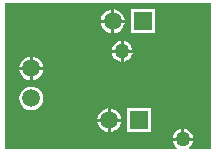
<source format=gbl>
G04 Layer_Physical_Order=2*
G04 Layer_Color=16711680*
%FSLAX44Y44*%
%MOMM*%
G71*
G01*
G75*
%ADD13C,0.5000*%
%ADD15C,1.5000*%
%ADD16R,1.5000X1.5000*%
%ADD17C,1.2700*%
G36*
X1086000Y769000D02*
X1067286D01*
X1066855Y770270D01*
X1068340Y771410D01*
X1069765Y773267D01*
X1070661Y775429D01*
X1070799Y776480D01*
X1053201D01*
X1053339Y775429D01*
X1054235Y773267D01*
X1055660Y771410D01*
X1057145Y770270D01*
X1056714Y769000D01*
X911500D01*
Y892500D01*
X1086000D01*
Y769000D01*
D02*
G37*
%LPC*%
G36*
X1003870Y887459D02*
Y878770D01*
X1012559D01*
X1012382Y880121D01*
X1011370Y882563D01*
X1009761Y884661D01*
X1007663Y886270D01*
X1005221Y887282D01*
X1003870Y887459D01*
D02*
G37*
G36*
X1001330Y887459D02*
X999979Y887282D01*
X997537Y886270D01*
X995439Y884661D01*
X993830Y882563D01*
X992818Y880121D01*
X992641Y878770D01*
X1001330D01*
Y887459D01*
D02*
G37*
G36*
Y876230D02*
X992641D01*
X992818Y874879D01*
X993830Y872437D01*
X995439Y870339D01*
X997537Y868730D01*
X999979Y867718D01*
X1001330Y867541D01*
Y876230D01*
D02*
G37*
G36*
X1012559D02*
X1003870D01*
Y867541D01*
X1005221Y867718D01*
X1007663Y868730D01*
X1009761Y870339D01*
X1011370Y872437D01*
X1012382Y874879D01*
X1012559Y876230D01*
D02*
G37*
G36*
X1038040Y887540D02*
X1017960D01*
Y867460D01*
X1038040D01*
Y887540D01*
D02*
G37*
G36*
X1011819Y860841D02*
Y853312D01*
X1019349D01*
X1019211Y854362D01*
X1018315Y856525D01*
X1016890Y858382D01*
X1015033Y859807D01*
X1012870Y860703D01*
X1011819Y860841D01*
D02*
G37*
G36*
X1009279D02*
X1008229Y860703D01*
X1006066Y859807D01*
X1004209Y858382D01*
X1002784Y856525D01*
X1001888Y854362D01*
X1001750Y853312D01*
X1009279D01*
Y860841D01*
D02*
G37*
G36*
X1019349Y850772D02*
X1011819D01*
Y843242D01*
X1012870Y843380D01*
X1015033Y844276D01*
X1016890Y845701D01*
X1018315Y847558D01*
X1019211Y849721D01*
X1019349Y850772D01*
D02*
G37*
G36*
X1009279D02*
X1001750D01*
X1001888Y849721D01*
X1002784Y847558D01*
X1004209Y845701D01*
X1006066Y844276D01*
X1008229Y843380D01*
X1009279Y843242D01*
Y850772D01*
D02*
G37*
G36*
X934770Y847409D02*
Y838720D01*
X943459D01*
X943282Y840071D01*
X942270Y842513D01*
X940661Y844611D01*
X938563Y846220D01*
X936121Y847232D01*
X934770Y847409D01*
D02*
G37*
G36*
X932230Y847409D02*
X930879Y847232D01*
X928437Y846220D01*
X926339Y844611D01*
X924730Y842513D01*
X923718Y840071D01*
X923541Y838720D01*
X932230D01*
Y847409D01*
D02*
G37*
G36*
Y836180D02*
X923541D01*
X923718Y834829D01*
X924730Y832387D01*
X926339Y830289D01*
X928437Y828680D01*
X930879Y827668D01*
X932230Y827491D01*
Y836180D01*
D02*
G37*
G36*
X943459D02*
X934770D01*
Y827490D01*
X936121Y827668D01*
X938563Y828680D01*
X940661Y830289D01*
X942270Y832387D01*
X943282Y834829D01*
X943459Y836180D01*
D02*
G37*
G36*
X933500Y822177D02*
X930879Y821832D01*
X928437Y820820D01*
X926339Y819211D01*
X924730Y817113D01*
X923718Y814671D01*
X923373Y812050D01*
X923718Y809429D01*
X924730Y806987D01*
X926339Y804889D01*
X928437Y803280D01*
X930879Y802268D01*
X933500Y801923D01*
X936121Y802268D01*
X938563Y803280D01*
X940661Y804889D01*
X942270Y806987D01*
X943282Y809429D01*
X943627Y812050D01*
X943282Y814671D01*
X942270Y817113D01*
X940661Y819211D01*
X938563Y820820D01*
X936121Y821832D01*
X933500Y822177D01*
D02*
G37*
G36*
X1000870Y803709D02*
Y795020D01*
X1009559D01*
X1009382Y796371D01*
X1008370Y798813D01*
X1006761Y800911D01*
X1004663Y802520D01*
X1002221Y803532D01*
X1000870Y803709D01*
D02*
G37*
G36*
X998330Y803709D02*
X996979Y803532D01*
X994537Y802520D01*
X992439Y800911D01*
X990830Y798813D01*
X989818Y796371D01*
X989641Y795020D01*
X998330D01*
Y803709D01*
D02*
G37*
G36*
X1009559Y792480D02*
X1000870D01*
Y783791D01*
X1002221Y783968D01*
X1004663Y784980D01*
X1006761Y786589D01*
X1008370Y788687D01*
X1009382Y791129D01*
X1009559Y792480D01*
D02*
G37*
G36*
X998330D02*
X989641D01*
X989818Y791129D01*
X990830Y788687D01*
X992439Y786589D01*
X994537Y784980D01*
X996979Y783968D01*
X998330Y783791D01*
Y792480D01*
D02*
G37*
G36*
X1035040Y803790D02*
X1014960D01*
Y783710D01*
X1035040D01*
Y803790D01*
D02*
G37*
G36*
X1063270Y786550D02*
Y779020D01*
X1070799D01*
X1070661Y780071D01*
X1069765Y782233D01*
X1068340Y784090D01*
X1066483Y785515D01*
X1064321Y786411D01*
X1063270Y786550D01*
D02*
G37*
G36*
X1060730D02*
X1059679Y786411D01*
X1057517Y785515D01*
X1055660Y784090D01*
X1054235Y782233D01*
X1053339Y780071D01*
X1053201Y779020D01*
X1060730D01*
Y786550D01*
D02*
G37*
%LPD*%
D13*
X1010549Y852042D02*
X1010758Y852250D01*
D15*
X1002600Y877500D02*
D03*
X999600Y793750D02*
D03*
X933500Y812050D02*
D03*
Y837450D02*
D03*
D16*
X1028000Y877500D02*
D03*
X1025000Y793750D02*
D03*
D17*
X1062000Y777750D02*
D03*
X1010549Y852042D02*
D03*
M02*

</source>
